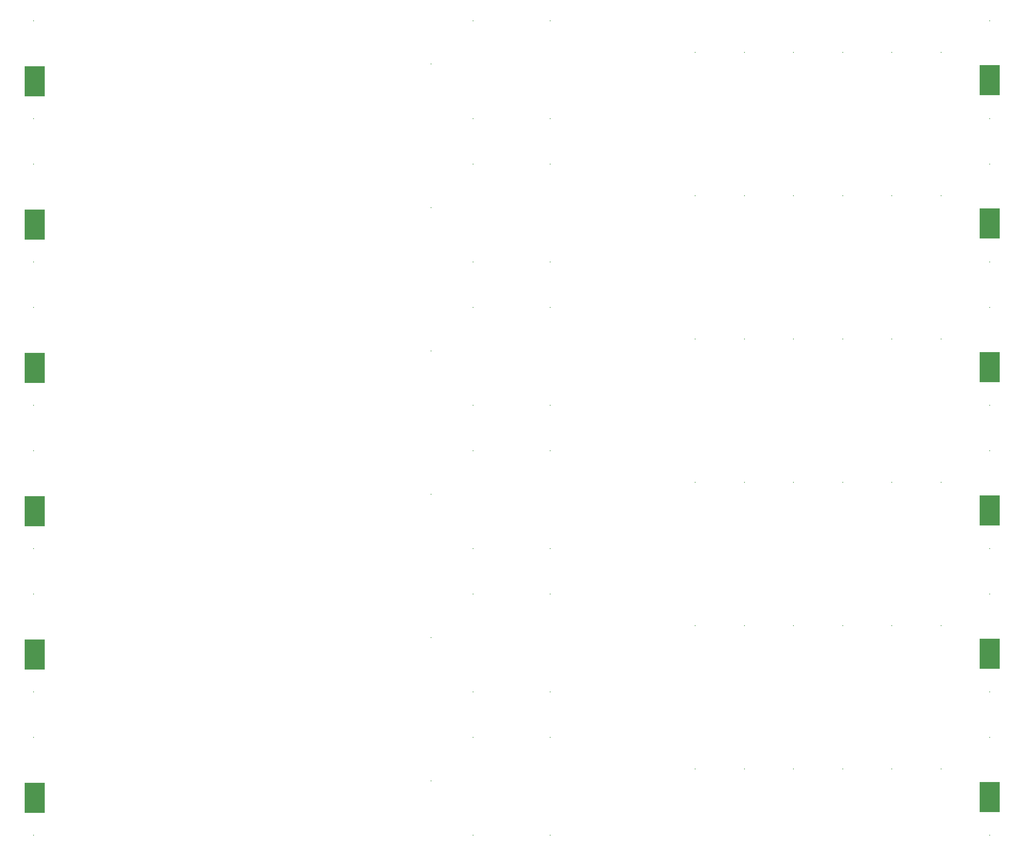
<source format=gbs>
G04 Layer_Color=16711935*
%FSLAX24Y24*%
%MOIN*%
G70*
G01*
G75*
%ADD13R,0.1772X0.2638*%
%ADD14R,0.0080X0.0080*%
D13*
X90925Y10413D02*
D03*
Y22815D02*
D03*
Y35217D02*
D03*
Y47618D02*
D03*
Y60020D02*
D03*
Y72421D02*
D03*
X8366Y10335D02*
D03*
Y22736D02*
D03*
Y35138D02*
D03*
Y47539D02*
D03*
Y59941D02*
D03*
Y72343D02*
D03*
D14*
X52953Y7106D02*
D03*
Y15571D02*
D03*
X90945D02*
D03*
Y7106D02*
D03*
X65472Y12835D02*
D03*
X69722D02*
D03*
X73972D02*
D03*
X78222D02*
D03*
X82472D02*
D03*
X86722D02*
D03*
X52953Y19508D02*
D03*
Y27972D02*
D03*
X90945D02*
D03*
Y19508D02*
D03*
X65472Y25236D02*
D03*
X69722D02*
D03*
X73972D02*
D03*
X78222D02*
D03*
X82472D02*
D03*
X86722D02*
D03*
X52953Y31909D02*
D03*
Y40374D02*
D03*
X90945D02*
D03*
Y31909D02*
D03*
X65472Y37638D02*
D03*
X69722D02*
D03*
X73972D02*
D03*
X78222D02*
D03*
X82472D02*
D03*
X86722D02*
D03*
X52953Y44311D02*
D03*
Y52776D02*
D03*
X90945D02*
D03*
Y44311D02*
D03*
X65472Y50039D02*
D03*
X69722D02*
D03*
X73972D02*
D03*
X78222D02*
D03*
X82472D02*
D03*
X86722D02*
D03*
X52953Y56713D02*
D03*
Y65177D02*
D03*
X90945D02*
D03*
Y56713D02*
D03*
X65472Y62441D02*
D03*
X69722D02*
D03*
X73972D02*
D03*
X78222D02*
D03*
X82472D02*
D03*
X86722D02*
D03*
X52953Y69114D02*
D03*
Y77579D02*
D03*
X90945D02*
D03*
Y69114D02*
D03*
X65472Y74843D02*
D03*
X69722D02*
D03*
X73972D02*
D03*
X78222D02*
D03*
X82472D02*
D03*
X86722D02*
D03*
X42638Y11811D02*
D03*
X8268Y7106D02*
D03*
Y15571D02*
D03*
X46260D02*
D03*
Y7106D02*
D03*
X42638Y24213D02*
D03*
X8268Y19508D02*
D03*
Y27972D02*
D03*
X46260D02*
D03*
Y19508D02*
D03*
X42638Y36614D02*
D03*
X8268Y31909D02*
D03*
Y40374D02*
D03*
X46260D02*
D03*
Y31909D02*
D03*
X42638Y49016D02*
D03*
X8268Y44311D02*
D03*
Y52776D02*
D03*
X46260D02*
D03*
Y44311D02*
D03*
X42638Y61417D02*
D03*
X8268Y56713D02*
D03*
Y65177D02*
D03*
X46260D02*
D03*
Y56713D02*
D03*
X42638Y73819D02*
D03*
X8268Y69114D02*
D03*
Y77579D02*
D03*
X46260D02*
D03*
Y69114D02*
D03*
M02*

</source>
